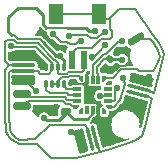
<source format=gbl>
G04 #@! TF.GenerationSoftware,KiCad,Pcbnew,7.0.7*
G04 #@! TF.CreationDate,2024-01-02T23:41:36-05:00*
G04 #@! TF.ProjectId,O12encoder,4f313265-6e63-46f6-9465-722e6b696361,1*
G04 #@! TF.SameCoordinates,Original*
G04 #@! TF.FileFunction,Copper,L2,Bot*
G04 #@! TF.FilePolarity,Positive*
%FSLAX46Y46*%
G04 Gerber Fmt 4.6, Leading zero omitted, Abs format (unit mm)*
G04 Created by KiCad (PCBNEW 7.0.7) date 2024-01-02 23:41:36*
%MOMM*%
%LPD*%
G01*
G04 APERTURE LIST*
G04 Aperture macros list*
%AMRoundRect*
0 Rectangle with rounded corners*
0 $1 Rounding radius*
0 $2 $3 $4 $5 $6 $7 $8 $9 X,Y pos of 4 corners*
0 Add a 4 corners polygon primitive as box body*
4,1,4,$2,$3,$4,$5,$6,$7,$8,$9,$2,$3,0*
0 Add four circle primitives for the rounded corners*
1,1,$1+$1,$2,$3*
1,1,$1+$1,$4,$5*
1,1,$1+$1,$6,$7*
1,1,$1+$1,$8,$9*
0 Add four rect primitives between the rounded corners*
20,1,$1+$1,$2,$3,$4,$5,0*
20,1,$1+$1,$4,$5,$6,$7,0*
20,1,$1+$1,$6,$7,$8,$9,0*
20,1,$1+$1,$8,$9,$2,$3,0*%
%AMFreePoly0*
4,1,6,0.325000,0.000000,0.175000,-0.150000,-0.175000,-0.150000,-0.175000,0.150000,0.325000,0.150000,0.325000,0.000000,0.325000,0.000000,$1*%
%AMFreePoly1*
4,1,6,0.325000,0.000000,0.325000,-0.150000,-0.175000,-0.150000,-0.175000,0.150000,0.175000,0.150000,0.325000,0.000000,0.325000,0.000000,$1*%
%AMFreePoly2*
4,1,6,0.150000,-0.325000,0.000000,-0.325000,-0.150000,-0.175000,-0.150000,0.175000,0.150000,0.175000,0.150000,-0.325000,0.150000,-0.325000,$1*%
%AMFreePoly3*
4,1,6,0.150000,-0.175000,0.000000,-0.325000,-0.150000,-0.325000,-0.150000,0.175000,0.150000,0.175000,0.150000,-0.175000,0.150000,-0.175000,$1*%
%AMFreePoly4*
4,1,7,0.175000,-0.150000,-0.175000,-0.150000,-0.325000,-0.150000,-0.325000,0.000000,-0.175000,0.150000,0.175000,0.150000,0.175000,-0.150000,0.175000,-0.150000,$1*%
%AMFreePoly5*
4,1,6,0.175000,-0.150000,-0.175000,-0.150000,-0.325000,0.000000,-0.325000,0.150000,0.175000,0.150000,0.175000,-0.150000,0.175000,-0.150000,$1*%
%AMFreePoly6*
4,1,6,0.150000,0.175000,0.150000,-0.175000,-0.150000,-0.175000,-0.150000,0.325000,0.000000,0.325000,0.150000,0.175000,0.150000,0.175000,$1*%
%AMFreePoly7*
4,1,6,0.150000,-0.175000,-0.150000,-0.175000,-0.150000,0.175000,0.000000,0.325000,0.150000,0.325000,0.150000,-0.175000,0.150000,-0.175000,$1*%
G04 Aperture macros list end*
G04 #@! TA.AperFunction,SMDPad,CuDef*
%ADD10RoundRect,0.075000X0.311852X-0.874070X-0.166963X0.912893X-0.311852X0.874070X0.166963X-0.912893X0*%
G04 #@! TD*
G04 #@! TA.AperFunction,SMDPad,CuDef*
%ADD11RoundRect,0.050000X0.100000X-0.285000X0.100000X0.285000X-0.100000X0.285000X-0.100000X-0.285000X0*%
G04 #@! TD*
G04 #@! TA.AperFunction,SMDPad,CuDef*
%ADD12RoundRect,0.150000X-0.600000X0.150000X-0.600000X-0.150000X0.600000X-0.150000X0.600000X0.150000X0*%
G04 #@! TD*
G04 #@! TA.AperFunction,SMDPad,CuDef*
%ADD13RoundRect,0.150000X-0.594615X-0.170096X-0.444615X-0.429904X0.594615X0.170096X0.444615X0.429904X0*%
G04 #@! TD*
G04 #@! TA.AperFunction,SMDPad,CuDef*
%ADD14RoundRect,0.140000X0.021213X-0.219203X0.219203X-0.021213X-0.021213X0.219203X-0.219203X0.021213X0*%
G04 #@! TD*
G04 #@! TA.AperFunction,SMDPad,CuDef*
%ADD15RoundRect,0.140000X0.140000X0.170000X-0.140000X0.170000X-0.140000X-0.170000X0.140000X-0.170000X0*%
G04 #@! TD*
G04 #@! TA.AperFunction,SMDPad,CuDef*
%ADD16RoundRect,0.075000X-0.912893X0.166963X0.874070X-0.311852X0.912893X-0.166963X-0.874070X0.311852X0*%
G04 #@! TD*
G04 #@! TA.AperFunction,SMDPad,CuDef*
%ADD17RoundRect,0.075000X0.925000X0.075000X-0.925000X0.075000X-0.925000X-0.075000X0.925000X-0.075000X0*%
G04 #@! TD*
G04 #@! TA.AperFunction,SMDPad,CuDef*
%ADD18FreePoly0,270.000000*%
G04 #@! TD*
G04 #@! TA.AperFunction,SMDPad,CuDef*
%ADD19R,0.300000X0.700000*%
G04 #@! TD*
G04 #@! TA.AperFunction,SMDPad,CuDef*
%ADD20FreePoly1,270.000000*%
G04 #@! TD*
G04 #@! TA.AperFunction,SMDPad,CuDef*
%ADD21FreePoly2,270.000000*%
G04 #@! TD*
G04 #@! TA.AperFunction,SMDPad,CuDef*
%ADD22R,0.700000X0.300000*%
G04 #@! TD*
G04 #@! TA.AperFunction,SMDPad,CuDef*
%ADD23FreePoly3,270.000000*%
G04 #@! TD*
G04 #@! TA.AperFunction,SMDPad,CuDef*
%ADD24FreePoly4,270.000000*%
G04 #@! TD*
G04 #@! TA.AperFunction,SMDPad,CuDef*
%ADD25FreePoly5,270.000000*%
G04 #@! TD*
G04 #@! TA.AperFunction,SMDPad,CuDef*
%ADD26FreePoly6,270.000000*%
G04 #@! TD*
G04 #@! TA.AperFunction,SMDPad,CuDef*
%ADD27FreePoly7,270.000000*%
G04 #@! TD*
G04 #@! TA.AperFunction,SMDPad,CuDef*
%ADD28R,0.600000X1.550000*%
G04 #@! TD*
G04 #@! TA.AperFunction,SMDPad,CuDef*
%ADD29R,1.200000X1.800000*%
G04 #@! TD*
G04 #@! TA.AperFunction,ViaPad*
%ADD30C,0.550000*%
G04 #@! TD*
G04 #@! TA.AperFunction,Conductor*
%ADD31C,0.160000*%
G04 #@! TD*
G04 #@! TA.AperFunction,Conductor*
%ADD32C,0.250000*%
G04 #@! TD*
G04 #@! TA.AperFunction,Conductor*
%ADD33C,0.200000*%
G04 #@! TD*
G04 APERTURE END LIST*
D10*
X52665925Y-55075000D03*
X52182962Y-55204410D03*
X51699999Y-55333819D03*
X51217036Y-55463229D03*
X50734073Y-55592638D03*
X50251110Y-55722048D03*
D11*
X49050000Y-50840000D03*
X48550000Y-50840000D03*
X48050000Y-50840000D03*
X47550000Y-50840000D03*
X47550000Y-49360000D03*
X48050000Y-49360000D03*
X48550000Y-49360000D03*
X49050000Y-49360000D03*
D12*
X45450000Y-52700000D03*
D13*
X55130000Y-47030000D03*
D14*
X52960589Y-48739411D03*
X53639411Y-48060589D03*
D15*
X49030000Y-53150000D03*
X48070000Y-53150000D03*
D16*
X55011771Y-52648888D03*
X55141181Y-52165925D03*
X55270590Y-51682962D03*
X55400000Y-51199999D03*
X55529409Y-50717036D03*
X55658819Y-50234073D03*
D12*
X45450000Y-51700000D03*
D17*
X45600000Y-48200000D03*
X45600000Y-48700000D03*
X45600000Y-49200000D03*
X45600000Y-49700000D03*
X45600000Y-50200000D03*
X45600000Y-50700000D03*
D18*
X50450000Y-50275000D03*
D19*
X50950000Y-50450000D03*
X51450000Y-50450000D03*
X51950000Y-50450000D03*
D20*
X52450000Y-50275000D03*
D21*
X52925000Y-50750000D03*
D22*
X52750000Y-51250000D03*
X52750000Y-51750000D03*
X52750000Y-52250000D03*
D23*
X52925000Y-52750000D03*
D24*
X52450000Y-53225000D03*
D19*
X51950000Y-53050000D03*
X51450000Y-53050000D03*
X50950000Y-53050000D03*
D25*
X50450000Y-53225000D03*
D26*
X49975000Y-52750000D03*
D22*
X50150000Y-52250000D03*
X50150000Y-51750000D03*
X50150000Y-51250000D03*
D27*
X49975000Y-50750000D03*
D28*
X49700000Y-48775000D03*
X50700000Y-48775000D03*
D29*
X48400000Y-44900000D03*
X52000000Y-44900000D03*
D30*
X48100000Y-46575000D03*
X50500000Y-47200000D03*
X51619099Y-46344033D03*
X53983176Y-48755199D03*
X46650000Y-51400000D03*
X49650000Y-54850000D03*
X48688235Y-48441765D03*
X49399826Y-53085996D03*
X56190000Y-50220000D03*
X47350000Y-53700000D03*
X49735946Y-50650000D03*
X51310119Y-51840240D03*
X53943807Y-52783807D03*
X48335500Y-52797000D03*
X46373787Y-48199253D03*
X52350000Y-49600000D03*
X48950000Y-47760000D03*
X55600000Y-53250000D03*
X47100000Y-46530000D03*
X51700000Y-53900000D03*
X54050000Y-50300000D03*
X52500000Y-47550000D03*
X51434502Y-48550000D03*
X53550000Y-51200000D03*
X52500000Y-46450000D03*
X52050000Y-51800000D03*
X49480000Y-46760000D03*
X44560000Y-47620000D03*
X48140000Y-44580000D03*
X53939500Y-47215902D03*
D31*
X50500000Y-47200000D02*
X50267452Y-47200000D01*
X49511680Y-47450000D02*
X49306680Y-47245000D01*
X48770000Y-47245000D02*
X48100000Y-46575000D01*
X50017452Y-47450000D02*
X49511680Y-47450000D01*
X49306680Y-47245000D02*
X48770000Y-47245000D01*
X50267452Y-47200000D02*
X50017452Y-47450000D01*
X51820000Y-49860000D02*
X51820000Y-49382548D01*
D32*
X50930000Y-46080000D02*
X51194033Y-46344033D01*
X48688235Y-48441765D02*
X49050000Y-48900000D01*
D31*
X50604663Y-55722048D02*
X50734073Y-55592638D01*
D32*
X51030000Y-53820000D02*
X49900000Y-53820000D01*
X47260000Y-45770000D02*
X47530000Y-46040000D01*
D31*
X49709347Y-54850000D02*
X50251111Y-55391764D01*
D32*
X48395623Y-48441765D02*
X48561765Y-48441765D01*
D31*
X49290000Y-46040000D02*
X47530000Y-46040000D01*
X47260000Y-47306142D02*
X46998611Y-47044753D01*
D32*
X47520000Y-53870000D02*
X48615822Y-53870000D01*
D31*
X51820000Y-49382548D02*
X52463137Y-48739411D01*
X46998611Y-47044753D02*
X45171461Y-47044753D01*
D32*
X53967388Y-48739411D02*
X52960589Y-48739411D01*
X48615822Y-53870000D02*
X49399826Y-53085996D01*
D31*
X47350000Y-53700000D02*
X47520000Y-53870000D01*
D32*
X49330000Y-46080000D02*
X50930000Y-46080000D01*
D31*
X52463137Y-48739411D02*
X52960589Y-48739411D01*
D32*
X49900000Y-53820000D02*
X49230000Y-53150000D01*
X44310000Y-46380000D02*
X44310000Y-45160000D01*
D31*
X51900000Y-50300000D02*
X51900000Y-49940000D01*
X49650000Y-54850000D02*
X49709347Y-54850000D01*
X49330000Y-46080000D02*
X49290000Y-46040000D01*
X50251110Y-55722048D02*
X50604663Y-55722048D01*
D32*
X44630000Y-46700000D02*
X44310000Y-46380000D01*
D31*
X48561765Y-48441765D02*
X48688235Y-48441765D01*
X46650000Y-51400000D02*
X45950000Y-50700000D01*
D32*
X47260000Y-47306142D02*
X48395623Y-48441765D01*
D31*
X51900000Y-49940000D02*
X51820000Y-49860000D01*
X49094004Y-53085996D02*
X49030000Y-53150000D01*
D32*
X44310000Y-45160000D02*
X45110000Y-44360000D01*
D31*
X51450000Y-53400000D02*
X51030000Y-53820000D01*
X45600000Y-50200000D02*
X45600000Y-50700000D01*
D32*
X46650000Y-44360000D02*
X47260000Y-44970000D01*
X51194033Y-46344033D02*
X51619099Y-46344033D01*
X45110000Y-44360000D02*
X46650000Y-44360000D01*
D31*
X49399826Y-53085996D02*
X49094004Y-53085996D01*
X50251111Y-55391764D02*
X50251111Y-55722048D01*
X45171461Y-47044753D02*
X44826708Y-46700000D01*
X53983176Y-48755199D02*
X53967388Y-48739411D01*
X45950000Y-50700000D02*
X45600000Y-50700000D01*
X44826708Y-46700000D02*
X44630000Y-46700000D01*
X51450000Y-53050000D02*
X51450000Y-53400000D01*
D32*
X47260000Y-44970000D02*
X47260000Y-45770000D01*
X49050000Y-48900000D02*
X49050000Y-49360000D01*
D31*
X51359760Y-51840240D02*
X51550000Y-51650000D01*
X50950000Y-50450000D02*
X50950000Y-50589412D01*
X47886680Y-47090000D02*
X47585000Y-46788320D01*
X53430000Y-49600000D02*
X52350000Y-49600000D01*
X47370000Y-46530000D02*
X47100000Y-46530000D01*
X50075000Y-50850000D02*
X49975000Y-50750000D01*
X53759801Y-49270199D02*
X53430000Y-49600000D01*
X54498176Y-48398176D02*
X54498176Y-48968519D01*
X47260000Y-49360000D02*
X46600000Y-48700000D01*
X45600000Y-48200000D02*
X46373040Y-48200000D01*
X55011771Y-52648888D02*
X54078726Y-52648888D01*
X48070000Y-53150000D02*
X48070000Y-53062500D01*
X50950000Y-50450000D02*
X50950000Y-51480121D01*
X53940000Y-47740000D02*
X54498176Y-48398176D01*
X50950000Y-50589412D02*
X50689412Y-50850000D01*
X51700000Y-53900000D02*
X51700000Y-53690000D01*
X47585000Y-46788320D02*
X47585000Y-46745000D01*
X54196496Y-49270199D02*
X53759801Y-49270199D01*
X51700000Y-53690000D02*
X51950000Y-53440000D01*
X47930000Y-47090000D02*
X47886680Y-47090000D01*
X53639411Y-48060589D02*
X53940000Y-47740000D01*
X54078726Y-52648888D02*
X53943807Y-52783807D01*
X46600000Y-48700000D02*
X45600000Y-48700000D01*
X51310119Y-51840240D02*
X51359760Y-51840240D01*
X48950000Y-47760000D02*
X48600000Y-47760000D01*
X48600000Y-47760000D02*
X47930000Y-47090000D01*
X51950000Y-53440000D02*
X51950000Y-53050000D01*
X50950000Y-51480121D02*
X51310119Y-51840240D01*
X55011771Y-52648888D02*
X55011771Y-52661771D01*
X54498176Y-48968519D02*
X54196496Y-49270199D01*
X49975000Y-50750000D02*
X49825604Y-50750000D01*
X48070000Y-53062500D02*
X48335500Y-52797000D01*
X46373040Y-48200000D02*
X46373787Y-48199253D01*
X49825604Y-50750000D02*
X49735946Y-50660342D01*
X50689412Y-50850000D02*
X50075000Y-50850000D01*
X47550000Y-49360000D02*
X47260000Y-49360000D01*
X51550000Y-51650000D02*
X51550000Y-51500000D01*
X47585000Y-46745000D02*
X47370000Y-46530000D01*
X45600000Y-48700000D02*
X45600000Y-48200000D01*
X55011771Y-52661771D02*
X55600000Y-53250000D01*
X54050000Y-50300000D02*
X54100000Y-50350000D01*
X52500000Y-47550000D02*
X51434502Y-48760066D01*
X53250000Y-52750000D02*
X53800000Y-52200000D01*
X53800000Y-52200000D02*
X54200000Y-50850000D01*
X54200000Y-50850000D02*
X54050000Y-50300000D01*
X51434502Y-48760066D02*
X51434502Y-48760648D01*
X52925000Y-52750000D02*
X53250000Y-52750000D01*
X53340000Y-52170000D02*
X53340000Y-51410000D01*
X52750000Y-52250000D02*
X53260000Y-52250000D01*
X53260000Y-52250000D02*
X53340000Y-52170000D01*
X53340000Y-51410000D02*
X53550000Y-51200000D01*
X49565000Y-46685000D02*
X51015000Y-46685000D01*
X52067452Y-46680000D02*
X52170000Y-46680000D01*
X51280000Y-46950000D02*
X51797452Y-46950000D01*
X52170000Y-46680000D02*
X52500000Y-46450000D01*
X51797452Y-46950000D02*
X52067452Y-46680000D01*
X51015000Y-46685000D02*
X51280000Y-46950000D01*
X52750000Y-51750000D02*
X52050000Y-51800000D01*
X49480000Y-46760000D02*
X49565000Y-46685000D01*
D33*
X49050000Y-51027500D02*
X49222500Y-51200000D01*
X49222500Y-51250000D02*
X50200000Y-51250000D01*
X49278406Y-51622500D02*
X47821594Y-51622500D01*
X50200000Y-51750000D02*
X49355906Y-51750000D01*
X49355906Y-51700000D02*
X49278406Y-51622500D01*
X47550000Y-51350906D02*
X47550000Y-51027500D01*
X47821594Y-51622500D02*
X47550000Y-51350906D01*
D31*
X48550000Y-50544878D02*
X48839878Y-50255000D01*
X49402670Y-50255000D02*
X49547670Y-50110000D01*
X48550000Y-50840000D02*
X48550000Y-50544878D01*
X48839878Y-50255000D02*
X49402670Y-50255000D01*
X50335000Y-50110000D02*
X50400000Y-50175000D01*
X49547670Y-50110000D02*
X50335000Y-50110000D01*
X48050000Y-50840000D02*
X48550000Y-50840000D01*
X52410000Y-45310000D02*
X52000000Y-44900000D01*
X48050000Y-49655122D02*
X48050000Y-49360000D01*
X47810000Y-54300000D02*
X50900000Y-54300000D01*
X44450000Y-54727550D02*
X44615578Y-55039379D01*
X44900000Y-55300000D02*
X45241139Y-55536074D01*
X44400000Y-53060093D02*
X44400000Y-54026747D01*
X46175000Y-55500000D02*
X46610000Y-55500000D01*
X56650000Y-51550000D02*
X57340000Y-48980000D01*
X57340000Y-48980000D02*
X57450000Y-48630000D01*
X45600000Y-49750000D02*
X44500000Y-49750000D01*
X49700000Y-48775000D02*
X49700000Y-48220000D01*
X44357359Y-53017452D02*
X44400000Y-53060093D01*
X55069965Y-44469965D02*
X56600000Y-46700000D01*
X53707631Y-44469965D02*
X55069965Y-44469965D01*
X45241139Y-55536074D02*
X45725000Y-55550000D01*
X57470000Y-48300000D02*
X57350000Y-47850000D01*
X44400000Y-54026747D02*
X44450000Y-54076747D01*
X44450000Y-54727550D02*
X44457755Y-54752690D01*
X46610000Y-55500000D02*
X47810000Y-54300000D01*
X49700000Y-48220000D02*
X50160000Y-47760000D01*
X47770122Y-49935000D02*
X48050000Y-49655122D01*
X52907186Y-47000000D02*
X53100000Y-46807186D01*
X44615578Y-55039379D02*
X44900000Y-55300000D01*
X50160000Y-47760000D02*
X51440000Y-47760000D01*
X53100000Y-46807186D02*
X53100000Y-46341264D01*
X57350000Y-47850000D02*
X57050000Y-47320000D01*
X57050000Y-47320000D02*
X56600000Y-46700000D01*
X52200000Y-47000000D02*
X52907186Y-47000000D01*
X51440000Y-47760000D02*
X52200000Y-47000000D01*
X46669875Y-47684753D02*
X48050000Y-49064878D01*
X57450000Y-48630000D02*
X57470000Y-48300000D01*
X44500000Y-49750000D02*
X44357359Y-49892641D01*
X53100000Y-46341264D02*
X52953593Y-46194857D01*
X52000000Y-44900000D02*
X48400000Y-44900000D01*
X44560000Y-47620000D02*
X44714753Y-47684753D01*
X45725000Y-55550000D02*
X46175000Y-55500000D01*
X44357359Y-49892641D02*
X44357359Y-53017452D01*
X47035000Y-49935000D02*
X47770122Y-49935000D01*
X52953593Y-45310000D02*
X52953593Y-45224003D01*
X50900000Y-54300000D02*
X51217037Y-55463229D01*
X44714753Y-47684753D02*
X46669875Y-47684753D01*
X44450000Y-54076747D02*
X44450000Y-54727550D01*
X46800000Y-49700000D02*
X47035000Y-49935000D01*
X45600000Y-49700000D02*
X46800000Y-49700000D01*
X52953593Y-46194857D02*
X52953593Y-45310000D01*
X56650000Y-51550000D02*
X55400000Y-51200000D01*
X52953593Y-45224003D02*
X53707631Y-44469965D01*
X48050000Y-49064878D02*
X48050000Y-49360000D01*
X52953593Y-45310000D02*
X52410000Y-45310000D01*
X52050000Y-56550000D02*
X53300000Y-56225000D01*
X45800000Y-49250000D02*
X44400000Y-49250000D01*
X44037359Y-54116654D02*
X44083396Y-54162691D01*
X44589499Y-55501290D02*
X44792231Y-55662964D01*
X44159041Y-54869929D02*
X44270389Y-55101142D01*
X48270122Y-48785000D02*
X48222670Y-48785000D01*
X49415122Y-49790000D02*
X50580000Y-49790000D01*
X44769160Y-47095000D02*
X44205000Y-47095000D01*
X50050000Y-57100000D02*
X52050000Y-56550000D01*
X44792231Y-55662964D02*
X45150000Y-55856074D01*
X48635000Y-49935000D02*
X49270122Y-49935000D01*
X48550000Y-49850000D02*
X48635000Y-49935000D01*
X56525000Y-52000000D02*
X55270590Y-51682963D01*
X44083396Y-54162691D02*
X44083396Y-54624706D01*
X44037359Y-49612641D02*
X44037359Y-54116654D01*
X44037359Y-48887359D02*
X44400000Y-49250000D01*
X48222670Y-48785000D02*
X46802423Y-47364753D01*
X53300000Y-56225000D02*
X53650000Y-56075000D01*
X50700000Y-49670000D02*
X50700000Y-48775000D01*
X55600000Y-55225000D02*
X55900000Y-54450000D01*
X46729127Y-55900000D02*
X47929127Y-57100000D01*
X44414949Y-55313171D02*
X44589499Y-55501290D01*
X44205000Y-47095000D02*
X44037359Y-47262641D01*
X54577598Y-55855486D02*
X55125000Y-55600000D01*
X44270389Y-55101142D02*
X44414949Y-55313171D01*
X51700000Y-55300000D02*
X52050000Y-56550000D01*
X45038913Y-47364753D02*
X44769160Y-47095000D01*
X44083396Y-54624706D02*
X44159041Y-54869929D01*
X48550000Y-49360000D02*
X48550000Y-49064878D01*
X44037359Y-47262641D02*
X44037359Y-48887359D01*
X45150000Y-55856074D02*
X45193926Y-55900000D01*
X48550000Y-49360000D02*
X48550000Y-49850000D01*
X46802423Y-47364753D02*
X45038913Y-47364753D01*
X47929127Y-57100000D02*
X50050000Y-57100000D01*
X53650000Y-56075000D02*
X54577598Y-55855486D01*
X48550000Y-49064878D02*
X48270122Y-48785000D01*
X49270122Y-49935000D02*
X49415122Y-49790000D01*
X50580000Y-49790000D02*
X50700000Y-49670000D01*
X55900000Y-54450000D02*
X56525000Y-52000000D01*
X45193926Y-55900000D02*
X46729127Y-55900000D01*
X44400000Y-49250000D02*
X44037359Y-49612641D01*
X55125000Y-55600000D02*
X55600000Y-55225000D01*
X49087573Y-51962500D02*
X45712500Y-51962500D01*
X45712500Y-51962500D02*
X45450000Y-51700000D01*
X50100000Y-52200000D02*
X49325073Y-52200000D01*
X49325073Y-52200000D02*
X49087573Y-51962500D01*
X45967500Y-52282500D02*
X45550000Y-52700000D01*
X45550000Y-52650000D02*
X45450000Y-52750000D01*
X49560000Y-52520000D02*
X49192525Y-52520000D01*
X49925000Y-52700000D02*
X49740000Y-52700000D01*
X49740000Y-52700000D02*
X49560000Y-52520000D01*
X49192525Y-52520000D02*
X48955025Y-52282500D01*
X48955025Y-52282500D02*
X45967500Y-52282500D01*
X51500000Y-49250000D02*
X52451523Y-48298477D01*
X52451523Y-48298477D02*
X52624411Y-48298477D01*
X51400000Y-50300000D02*
X51500000Y-50200000D01*
X51500000Y-50200000D02*
X51500000Y-49250000D01*
X53706986Y-47215902D02*
X53939500Y-47215902D01*
X52624411Y-48298477D02*
X53706986Y-47215902D01*
X56680000Y-47355000D02*
X56680000Y-47400000D01*
X55213934Y-49590199D02*
X55358215Y-49734480D01*
X52450000Y-50275000D02*
X53207548Y-50275000D01*
X56620000Y-49620000D02*
X56950000Y-49090000D01*
X55860844Y-49734480D02*
X56085912Y-49700000D01*
X56335000Y-47010000D02*
X56680000Y-47355000D01*
X56950000Y-49090000D02*
X57130000Y-48540000D01*
X56085912Y-49700000D02*
X56540000Y-49700000D01*
X53892349Y-49590199D02*
X55213934Y-49590199D01*
X53207548Y-50275000D02*
X53892349Y-49590199D01*
X57130000Y-48540000D02*
X57020000Y-47920000D01*
X55150000Y-47010000D02*
X56335000Y-47010000D01*
X56540000Y-49700000D02*
X56620000Y-49620000D01*
X55358215Y-49734480D02*
X55860844Y-49734480D01*
X57020000Y-47920000D02*
X56680000Y-47400000D01*
G04 #@! TA.AperFunction,Conductor*
G36*
X51197565Y-49737641D02*
G01*
X51219331Y-49787103D01*
X51219500Y-49792272D01*
X51219500Y-49870422D01*
X51201018Y-49921202D01*
X51184392Y-49936107D01*
X51155448Y-49955447D01*
X51111132Y-50021769D01*
X51099500Y-50080252D01*
X51099500Y-50819747D01*
X51111132Y-50878230D01*
X51111133Y-50878231D01*
X51155448Y-50944552D01*
X51221769Y-50988867D01*
X51221768Y-50988867D01*
X51280252Y-51000500D01*
X51619747Y-51000500D01*
X51619748Y-51000500D01*
X51678231Y-50988867D01*
X51678232Y-50988865D01*
X51684586Y-50987602D01*
X51715411Y-50987602D01*
X51721768Y-50988866D01*
X51721769Y-50988867D01*
X51780252Y-51000500D01*
X52120500Y-51000500D01*
X52171280Y-51018982D01*
X52198300Y-51065782D01*
X52199500Y-51079500D01*
X52199499Y-51245500D01*
X52181016Y-51296281D01*
X52134217Y-51323300D01*
X52120499Y-51324500D01*
X51981632Y-51324500D01*
X51850439Y-51363022D01*
X51850434Y-51363024D01*
X51735411Y-51436944D01*
X51645870Y-51540281D01*
X51589068Y-51664659D01*
X51569610Y-51800000D01*
X51589068Y-51935340D01*
X51625636Y-52015413D01*
X51645870Y-52059718D01*
X51735411Y-52163055D01*
X51850439Y-52236978D01*
X51944852Y-52264700D01*
X51981632Y-52275500D01*
X52120500Y-52275500D01*
X52171280Y-52293982D01*
X52198300Y-52340782D01*
X52199499Y-52354495D01*
X52199500Y-52419748D01*
X52201387Y-52429236D01*
X52211132Y-52478230D01*
X52211133Y-52478231D01*
X52255448Y-52544552D01*
X52281256Y-52561796D01*
X52313210Y-52605375D01*
X52309676Y-52659298D01*
X52272308Y-52698335D01*
X52252780Y-52704964D01*
X52221769Y-52711133D01*
X52155448Y-52755448D01*
X52111132Y-52821769D01*
X52095572Y-52900000D01*
X52095572Y-53399999D01*
X52111132Y-53478230D01*
X52111133Y-53478231D01*
X52155448Y-53544552D01*
X52221769Y-53588867D01*
X52221768Y-53588867D01*
X52300000Y-53604428D01*
X52600000Y-53604428D01*
X52678231Y-53588867D01*
X52744552Y-53544552D01*
X52788867Y-53478231D01*
X52804428Y-53400000D01*
X52804428Y-53183428D01*
X52822910Y-53132648D01*
X52869710Y-53105628D01*
X52883428Y-53104428D01*
X53100000Y-53104428D01*
X53178231Y-53088867D01*
X53178233Y-53088866D01*
X53226696Y-53056483D01*
X53244552Y-53044552D01*
X53244552Y-53044551D01*
X53247977Y-53042263D01*
X53288220Y-53029032D01*
X53315333Y-53027779D01*
X53325145Y-53023446D01*
X53342540Y-53018060D01*
X53344138Y-53017761D01*
X53353084Y-53016089D01*
X53378784Y-53000174D01*
X53383611Y-52997630D01*
X53411266Y-52985421D01*
X53418852Y-52977834D01*
X53433119Y-52966532D01*
X53442245Y-52960883D01*
X53460464Y-52936755D01*
X53464047Y-52932638D01*
X53967453Y-52429232D01*
X53982455Y-52417481D01*
X53989944Y-52412957D01*
X54009483Y-52387656D01*
X54012806Y-52383880D01*
X54016723Y-52379964D01*
X54026269Y-52366025D01*
X54027582Y-52364224D01*
X54040196Y-52347893D01*
X54054047Y-52329961D01*
X54054048Y-52329956D01*
X54057381Y-52323443D01*
X54057781Y-52323647D01*
X54058497Y-52322144D01*
X54058085Y-52321962D01*
X54061039Y-52315269D01*
X54061044Y-52315262D01*
X54070396Y-52275500D01*
X54070958Y-52273113D01*
X54071536Y-52270935D01*
X54081598Y-52236975D01*
X54199661Y-51838508D01*
X54231807Y-51795074D01*
X54284354Y-51782462D01*
X54295849Y-51784645D01*
X56087442Y-52264700D01*
X56131708Y-52295695D01*
X56145694Y-52347893D01*
X56143543Y-52360536D01*
X55997105Y-52934575D01*
X55632937Y-54362109D01*
X55631500Y-54366601D01*
X55580162Y-54499225D01*
X55544594Y-54539909D01*
X55491197Y-54548212D01*
X55444955Y-54520249D01*
X55427505Y-54469105D01*
X55427826Y-54463417D01*
X55448284Y-54242641D01*
X55427756Y-54021105D01*
X55366870Y-53807113D01*
X55267699Y-53607952D01*
X55133622Y-53430405D01*
X54969203Y-53280517D01*
X54839971Y-53200500D01*
X54780043Y-53163394D01*
X54780039Y-53163392D01*
X54572587Y-53083025D01*
X54572576Y-53083021D01*
X54353884Y-53042141D01*
X54131398Y-53042141D01*
X53912705Y-53083021D01*
X53912694Y-53083025D01*
X53705242Y-53163392D01*
X53705238Y-53163394D01*
X53516082Y-53280515D01*
X53516075Y-53280520D01*
X53351660Y-53430404D01*
X53272933Y-53534655D01*
X53217583Y-53607952D01*
X53217581Y-53607954D01*
X53217579Y-53607958D01*
X53118411Y-53807114D01*
X53057526Y-54021102D01*
X53036998Y-54242640D01*
X53057526Y-54464179D01*
X53118411Y-54678167D01*
X53217579Y-54877323D01*
X53217580Y-54877324D01*
X53217583Y-54877330D01*
X53351660Y-55054877D01*
X53516079Y-55204765D01*
X53664097Y-55296413D01*
X53705238Y-55321887D01*
X53705242Y-55321889D01*
X53762271Y-55343982D01*
X53912701Y-55402259D01*
X53912703Y-55402259D01*
X53912705Y-55402260D01*
X54131398Y-55443141D01*
X54353882Y-55443141D01*
X54353884Y-55443141D01*
X54481118Y-55419356D01*
X54534428Y-55428193D01*
X54569587Y-55469230D01*
X54570142Y-55523267D01*
X54535834Y-55565018D01*
X54529045Y-55568598D01*
X54492360Y-55585720D01*
X54477141Y-55591010D01*
X53619987Y-55793854D01*
X53604587Y-55795928D01*
X53587698Y-55796525D01*
X53565105Y-55806207D01*
X53562171Y-55807329D01*
X53560118Y-55808021D01*
X53537905Y-55817865D01*
X53214425Y-55956499D01*
X53203184Y-55960345D01*
X52369967Y-56176982D01*
X52316170Y-56171872D01*
X52278244Y-56133378D01*
X52273780Y-56120971D01*
X51792126Y-54323417D01*
X51792121Y-54323405D01*
X51755887Y-54249928D01*
X51747582Y-54242645D01*
X51692093Y-54193982D01*
X51673483Y-54177661D01*
X51569701Y-54142431D01*
X51487937Y-54147791D01*
X51332521Y-54189435D01*
X51278687Y-54184725D01*
X51240476Y-54146514D01*
X51235766Y-54092680D01*
X51251556Y-54062347D01*
X51316240Y-53985261D01*
X51341617Y-53915536D01*
X51359988Y-53886697D01*
X51606874Y-53639810D01*
X51616625Y-53632799D01*
X51616123Y-53632134D01*
X51621964Y-53627722D01*
X51621967Y-53627721D01*
X51635271Y-53613125D01*
X51671408Y-53592724D01*
X51671044Y-53591844D01*
X51678228Y-53588868D01*
X51678228Y-53588867D01*
X51678231Y-53588867D01*
X51744552Y-53544552D01*
X51788867Y-53478231D01*
X51800500Y-53419748D01*
X51800500Y-52680252D01*
X51788867Y-52621769D01*
X51744552Y-52555448D01*
X51678231Y-52511133D01*
X51678230Y-52511132D01*
X51678231Y-52511132D01*
X51619748Y-52499500D01*
X51280252Y-52499500D01*
X51215412Y-52512397D01*
X51184588Y-52512397D01*
X51119748Y-52499500D01*
X50780252Y-52499500D01*
X50779500Y-52499500D01*
X50728720Y-52481018D01*
X50701700Y-52434218D01*
X50700500Y-52420500D01*
X50700500Y-52080253D01*
X50700500Y-52080252D01*
X50688867Y-52021769D01*
X50688866Y-52021767D01*
X50687602Y-52015413D01*
X50687602Y-51984587D01*
X50688866Y-51978232D01*
X50688867Y-51978231D01*
X50700500Y-51919748D01*
X50700500Y-51580252D01*
X50688867Y-51521769D01*
X50688866Y-51521767D01*
X50687602Y-51515413D01*
X50687602Y-51484587D01*
X50688866Y-51478232D01*
X50688867Y-51478231D01*
X50700500Y-51419748D01*
X50700500Y-51080252D01*
X50688867Y-51021769D01*
X50644552Y-50955448D01*
X50635650Y-50949500D01*
X50618743Y-50938203D01*
X50586789Y-50894624D01*
X50590323Y-50840700D01*
X50627692Y-50801664D01*
X50647222Y-50795035D01*
X50659509Y-50792591D01*
X50678231Y-50788867D01*
X50744552Y-50744552D01*
X50788867Y-50678231D01*
X50804428Y-50600000D01*
X50804428Y-50100000D01*
X50789812Y-50026524D01*
X50798034Y-49973114D01*
X50811430Y-49955255D01*
X50856875Y-49909810D01*
X50866626Y-49902800D01*
X50866123Y-49902134D01*
X50871962Y-49897723D01*
X50871967Y-49897721D01*
X50902340Y-49864402D01*
X50903529Y-49863156D01*
X50916724Y-49849963D01*
X50918863Y-49846838D01*
X50922255Y-49842556D01*
X50942617Y-49820222D01*
X50946492Y-49810217D01*
X50954982Y-49794112D01*
X50961045Y-49785262D01*
X50961045Y-49785261D01*
X50961533Y-49784549D01*
X51005479Y-49753102D01*
X51018975Y-49750575D01*
X51019737Y-49750500D01*
X51019748Y-49750500D01*
X51078231Y-49738867D01*
X51096609Y-49726586D01*
X51149098Y-49713741D01*
X51197565Y-49737641D01*
G37*
G04 #@! TD.AperFunction*
G04 #@! TA.AperFunction,Conductor*
G36*
X48685517Y-52581482D02*
G01*
X48712537Y-52628282D01*
X48703153Y-52681500D01*
X48690598Y-52697861D01*
X48606778Y-52781680D01*
X48606776Y-52781683D01*
X48556028Y-52890510D01*
X48556028Y-52890512D01*
X48549500Y-52940096D01*
X48549500Y-53359901D01*
X48549501Y-53359907D01*
X48556026Y-53409483D01*
X48556478Y-53411032D01*
X48556395Y-53412287D01*
X48556816Y-53415480D01*
X48556180Y-53415563D01*
X48552943Y-53464955D01*
X48536496Y-53488999D01*
X48504135Y-53521361D01*
X48455160Y-53544199D01*
X48448273Y-53544500D01*
X47852495Y-53544500D01*
X47801715Y-53526018D01*
X47780634Y-53498318D01*
X47754130Y-53440282D01*
X47664589Y-53336945D01*
X47664588Y-53336944D01*
X47549565Y-53263024D01*
X47549562Y-53263023D01*
X47549561Y-53263022D01*
X47469337Y-53239466D01*
X47418368Y-53224500D01*
X47418367Y-53224500D01*
X47281633Y-53224500D01*
X47281632Y-53224500D01*
X47150439Y-53263022D01*
X47150434Y-53263024D01*
X47035411Y-53336944D01*
X46945870Y-53440281D01*
X46891604Y-53559107D01*
X46853697Y-53597620D01*
X46799902Y-53602757D01*
X46756700Y-53573897D01*
X46648342Y-53430407D01*
X46648339Y-53430404D01*
X46483921Y-53280517D01*
X46354689Y-53200500D01*
X46340974Y-53192008D01*
X46307529Y-53149562D01*
X46309194Y-53095548D01*
X46326700Y-53068980D01*
X46339198Y-53056483D01*
X46390573Y-52951393D01*
X46400500Y-52883260D01*
X46400500Y-52641999D01*
X46418982Y-52591220D01*
X46465782Y-52564200D01*
X46479500Y-52563000D01*
X48634737Y-52563000D01*
X48685517Y-52581482D01*
G37*
G04 #@! TD.AperFunction*
G04 #@! TA.AperFunction,Conductor*
G36*
X50069683Y-50408982D02*
G01*
X50096385Y-50454088D01*
X50111132Y-50528230D01*
X50121883Y-50544319D01*
X50155448Y-50594552D01*
X50155450Y-50594554D01*
X50155452Y-50594557D01*
X50305442Y-50744547D01*
X50305452Y-50744555D01*
X50320806Y-50754815D01*
X50352759Y-50798395D01*
X50349224Y-50852319D01*
X50311854Y-50891354D01*
X50276915Y-50899500D01*
X49780252Y-50899500D01*
X49721768Y-50911132D01*
X49721767Y-50911133D01*
X49684274Y-50936186D01*
X49640384Y-50949500D01*
X49479500Y-50949500D01*
X49428720Y-50931018D01*
X49401700Y-50884218D01*
X49400500Y-50870500D01*
X49400500Y-50743373D01*
X49400500Y-50611227D01*
X49418981Y-50560450D01*
X49461414Y-50534328D01*
X49467998Y-50532779D01*
X49468003Y-50532779D01*
X49477815Y-50528446D01*
X49495210Y-50523060D01*
X49496808Y-50522761D01*
X49505754Y-50521089D01*
X49531454Y-50505174D01*
X49536281Y-50502630D01*
X49563936Y-50490421D01*
X49571522Y-50482834D01*
X49585789Y-50471532D01*
X49594915Y-50465883D01*
X49613130Y-50441760D01*
X49616722Y-50437634D01*
X49640720Y-50413637D01*
X49689696Y-50390800D01*
X49696580Y-50390500D01*
X50018903Y-50390500D01*
X50069683Y-50408982D01*
G37*
G04 #@! TD.AperFunction*
G04 #@! TA.AperFunction,Conductor*
G36*
X52615753Y-49075801D02*
G01*
X52626302Y-49084653D01*
X52769235Y-49227586D01*
X52769242Y-49227592D01*
X52769247Y-49227597D01*
X52808925Y-49258045D01*
X52921763Y-49299114D01*
X53041842Y-49299114D01*
X53081944Y-49284518D01*
X53154679Y-49258045D01*
X53194358Y-49227598D01*
X53333905Y-49088049D01*
X53382881Y-49065212D01*
X53389767Y-49064911D01*
X53586288Y-49064911D01*
X53637068Y-49083393D01*
X53645989Y-49092174D01*
X53668587Y-49118254D01*
X53785595Y-49193450D01*
X53818322Y-49236452D01*
X53815751Y-49290430D01*
X53784472Y-49327077D01*
X53763567Y-49340020D01*
X53758728Y-49342570D01*
X53731083Y-49354778D01*
X53731081Y-49354779D01*
X53723497Y-49362363D01*
X53709232Y-49373662D01*
X53700108Y-49379312D01*
X53700104Y-49379316D01*
X53681890Y-49403434D01*
X53678294Y-49407565D01*
X53114499Y-49971361D01*
X53065524Y-49994199D01*
X53058639Y-49994500D01*
X52812872Y-49994500D01*
X52762092Y-49976018D01*
X52747186Y-49959390D01*
X52744552Y-49955448D01*
X52716861Y-49936945D01*
X52678231Y-49911133D01*
X52678230Y-49911132D01*
X52678231Y-49911132D01*
X52600000Y-49895572D01*
X52300000Y-49895572D01*
X52299999Y-49895572D01*
X52259842Y-49903559D01*
X52206432Y-49895338D01*
X52170802Y-49854708D01*
X52166777Y-49840597D01*
X52166089Y-49836916D01*
X52166087Y-49836912D01*
X52166087Y-49836911D01*
X52150178Y-49811218D01*
X52147627Y-49806380D01*
X52135421Y-49778734D01*
X52127834Y-49771147D01*
X52116531Y-49756877D01*
X52112328Y-49750089D01*
X52100499Y-49708507D01*
X52100499Y-49626280D01*
X52100499Y-49531454D01*
X52118981Y-49480677D01*
X52123615Y-49475619D01*
X52514582Y-49084651D01*
X52563556Y-49061815D01*
X52615753Y-49075801D01*
G37*
G04 #@! TD.AperFunction*
G04 #@! TA.AperFunction,Conductor*
G36*
X46571746Y-47983735D02*
G01*
X46576826Y-47988391D01*
X47676360Y-49087926D01*
X47699198Y-49136901D01*
X47699499Y-49143786D01*
X47699499Y-49575500D01*
X47681017Y-49626280D01*
X47634217Y-49653300D01*
X47620499Y-49654500D01*
X47183909Y-49654500D01*
X47133129Y-49636018D01*
X47128048Y-49631361D01*
X47039810Y-49543123D01*
X47032801Y-49533374D01*
X47032135Y-49533878D01*
X47027722Y-49528035D01*
X47027721Y-49528034D01*
X47027721Y-49528033D01*
X46994415Y-49497670D01*
X46993125Y-49496438D01*
X46979964Y-49483277D01*
X46979963Y-49483276D01*
X46979962Y-49483275D01*
X46976846Y-49481141D01*
X46972555Y-49477742D01*
X46969083Y-49474577D01*
X46950222Y-49457383D01*
X46950220Y-49457382D01*
X46940217Y-49453507D01*
X46924110Y-49445016D01*
X46915263Y-49438955D01*
X46915261Y-49438954D01*
X46885840Y-49432035D01*
X46880608Y-49430414D01*
X46845608Y-49416855D01*
X46846804Y-49413765D01*
X46811860Y-49393081D01*
X46793931Y-49342103D01*
X46795443Y-49327554D01*
X46800500Y-49302133D01*
X46800499Y-49097868D01*
X46784515Y-49017505D01*
X46783924Y-49016620D01*
X46723624Y-48926375D01*
X46632496Y-48865485D01*
X46632495Y-48865484D01*
X46565465Y-48852151D01*
X46552133Y-48849500D01*
X46552132Y-48849500D01*
X44647868Y-48849500D01*
X44567503Y-48865485D01*
X44528296Y-48891683D01*
X44475805Y-48904527D01*
X44428545Y-48881858D01*
X44340998Y-48794311D01*
X44318160Y-48745335D01*
X44317859Y-48738450D01*
X44317859Y-48150007D01*
X44336341Y-48099227D01*
X44383141Y-48072207D01*
X44419115Y-48074206D01*
X44438413Y-48079873D01*
X44491632Y-48095500D01*
X44491633Y-48095500D01*
X44628368Y-48095500D01*
X44652637Y-48088373D01*
X44759561Y-48056978D01*
X44855347Y-47995421D01*
X44879343Y-47980000D01*
X44880412Y-47981664D01*
X44923348Y-47965263D01*
X44924599Y-47965253D01*
X46520966Y-47965253D01*
X46571746Y-47983735D01*
G37*
G04 #@! TD.AperFunction*
G04 #@! TA.AperFunction,Conductor*
G36*
X54354647Y-47591932D02*
G01*
X54365030Y-47606034D01*
X54398474Y-47663961D01*
X54441131Y-47717994D01*
X54441138Y-47718001D01*
X54538167Y-47783319D01*
X54538171Y-47783321D01*
X54538173Y-47783322D01*
X54538174Y-47783322D01*
X54538176Y-47783323D01*
X54590479Y-47797337D01*
X54651164Y-47813598D01*
X54651164Y-47813597D01*
X54657487Y-47815292D01*
X54657080Y-47816810D01*
X54698911Y-47836785D01*
X54721299Y-47885968D01*
X54713258Y-47927345D01*
X54671325Y-48011559D01*
X54610440Y-48225547D01*
X54589912Y-48447086D01*
X54610074Y-48664675D01*
X54609710Y-48666060D01*
X54671325Y-48882612D01*
X54770493Y-49081768D01*
X54770494Y-49081769D01*
X54770497Y-49081775D01*
X54847008Y-49183092D01*
X54862860Y-49234753D01*
X54841796Y-49284518D01*
X54793672Y-49309100D01*
X54783964Y-49309699D01*
X54268919Y-49309699D01*
X54218139Y-49291217D01*
X54191119Y-49244417D01*
X54200503Y-49191199D01*
X54226209Y-49164240D01*
X54272115Y-49134738D01*
X54297765Y-49118254D01*
X54387306Y-49014917D01*
X54444107Y-48890541D01*
X54463566Y-48755199D01*
X54455417Y-48698522D01*
X54456403Y-48693808D01*
X54453215Y-48683206D01*
X54444107Y-48619858D01*
X54418627Y-48564065D01*
X54387306Y-48495481D01*
X54297765Y-48392144D01*
X54297764Y-48392143D01*
X54182741Y-48318223D01*
X54182738Y-48318222D01*
X54182737Y-48318221D01*
X54117139Y-48298960D01*
X54051544Y-48279699D01*
X54051543Y-48279699D01*
X53914809Y-48279699D01*
X53914808Y-48279699D01*
X53783615Y-48318221D01*
X53783610Y-48318223D01*
X53668587Y-48392143D01*
X53665734Y-48394616D01*
X53615253Y-48413901D01*
X53614001Y-48413911D01*
X53347341Y-48413911D01*
X53296561Y-48395429D01*
X53291480Y-48390773D01*
X53166001Y-48265295D01*
X53143163Y-48216319D01*
X53157149Y-48164121D01*
X53165995Y-48153578D01*
X53650872Y-47668701D01*
X53699847Y-47645864D01*
X53734365Y-47651808D01*
X53734518Y-47651288D01*
X53739026Y-47652611D01*
X53739550Y-47652702D01*
X53739933Y-47652876D01*
X53739939Y-47652880D01*
X53841353Y-47682658D01*
X53871132Y-47691402D01*
X53871133Y-47691402D01*
X54007868Y-47691402D01*
X54032137Y-47684275D01*
X54139061Y-47652880D01*
X54253906Y-47579074D01*
X54306615Y-47567170D01*
X54354647Y-47591932D01*
G37*
G04 #@! TD.AperFunction*
G04 #@! TA.AperFunction,Conductor*
G36*
X47052169Y-46022495D02*
G01*
X47319972Y-46290298D01*
X47390316Y-46339554D01*
X47501193Y-46369264D01*
X47501193Y-46369263D01*
X47501194Y-46369264D01*
X47551814Y-46364836D01*
X47604012Y-46378822D01*
X47635007Y-46423088D01*
X47636895Y-46454778D01*
X47619610Y-46575000D01*
X47639068Y-46710340D01*
X47695870Y-46834718D01*
X47785411Y-46938055D01*
X47898333Y-47010625D01*
X47900439Y-47011978D01*
X48001853Y-47041756D01*
X48031632Y-47050500D01*
X48146091Y-47050500D01*
X48196871Y-47068982D01*
X48201952Y-47073639D01*
X48530189Y-47401876D01*
X48537202Y-47411623D01*
X48537865Y-47411123D01*
X48542276Y-47416963D01*
X48542277Y-47416964D01*
X48542279Y-47416967D01*
X48564908Y-47437596D01*
X48575574Y-47447320D01*
X48576872Y-47448559D01*
X48584674Y-47456361D01*
X48590037Y-47461724D01*
X48593148Y-47463855D01*
X48597445Y-47467257D01*
X48619778Y-47487617D01*
X48629779Y-47491491D01*
X48645887Y-47499982D01*
X48650580Y-47503196D01*
X48654738Y-47506045D01*
X48684080Y-47512946D01*
X48684157Y-47512964D01*
X48689391Y-47514585D01*
X48717565Y-47525500D01*
X48728291Y-47525500D01*
X48746377Y-47527598D01*
X48750408Y-47528545D01*
X48756821Y-47530054D01*
X48756821Y-47530053D01*
X48756822Y-47530054D01*
X48761808Y-47529358D01*
X48786755Y-47525878D01*
X48792210Y-47525500D01*
X49157770Y-47525500D01*
X49208550Y-47543982D01*
X49213631Y-47548638D01*
X49271869Y-47606875D01*
X49278882Y-47616623D01*
X49279545Y-47616123D01*
X49283956Y-47621963D01*
X49283957Y-47621964D01*
X49283959Y-47621967D01*
X49307908Y-47643799D01*
X49317265Y-47652330D01*
X49318563Y-47653569D01*
X49331717Y-47666723D01*
X49334826Y-47668853D01*
X49339117Y-47672252D01*
X49346543Y-47679021D01*
X49371621Y-47726889D01*
X49360063Y-47779677D01*
X49328086Y-47806582D01*
X49328239Y-47806810D01*
X49326186Y-47808181D01*
X49323563Y-47810389D01*
X49321772Y-47811130D01*
X49255448Y-47855448D01*
X49211132Y-47921769D01*
X49199499Y-47980252D01*
X49199499Y-48093880D01*
X49181016Y-48144660D01*
X49134217Y-48171679D01*
X49080998Y-48162295D01*
X49060797Y-48145616D01*
X49002824Y-48078710D01*
X48969008Y-48056978D01*
X48887800Y-48004789D01*
X48887797Y-48004788D01*
X48887796Y-48004787D01*
X48822199Y-47985526D01*
X48756603Y-47966265D01*
X48756602Y-47966265D01*
X48619868Y-47966265D01*
X48619867Y-47966265D01*
X48546374Y-47987844D01*
X48488674Y-48004787D01*
X48488673Y-48004787D01*
X48483253Y-48006379D01*
X48482700Y-48004497D01*
X48436820Y-48008128D01*
X48402038Y-47987853D01*
X47470035Y-47055850D01*
X47470032Y-47055848D01*
X47470028Y-47055844D01*
X47399684Y-47006588D01*
X47399683Y-47006587D01*
X47399682Y-47006587D01*
X47362001Y-46996490D01*
X47326588Y-46976043D01*
X47238422Y-46887877D01*
X47231410Y-46878129D01*
X47230746Y-46878631D01*
X47226333Y-46872788D01*
X47226332Y-46872787D01*
X47226332Y-46872786D01*
X47193026Y-46842423D01*
X47191736Y-46841191D01*
X47178575Y-46828030D01*
X47178574Y-46828029D01*
X47178573Y-46828028D01*
X47175457Y-46825894D01*
X47171166Y-46822495D01*
X47167012Y-46818708D01*
X47148833Y-46802136D01*
X47148831Y-46802135D01*
X47138828Y-46798260D01*
X47122721Y-46789769D01*
X47113874Y-46783708D01*
X47113872Y-46783707D01*
X47084451Y-46776788D01*
X47079219Y-46775167D01*
X47051047Y-46764253D01*
X47051046Y-46764253D01*
X47040321Y-46764253D01*
X47022232Y-46762154D01*
X47011791Y-46759698D01*
X47011789Y-46759697D01*
X46994184Y-46762154D01*
X46981850Y-46763874D01*
X46976395Y-46764253D01*
X46638733Y-46764253D01*
X46587953Y-46745771D01*
X46560933Y-46698971D01*
X46570317Y-46645753D01*
X46585511Y-46626871D01*
X46648340Y-46569595D01*
X46782417Y-46392048D01*
X46881588Y-46192887D01*
X46920326Y-46056736D01*
X46951998Y-46012954D01*
X47004405Y-45999773D01*
X47052169Y-46022495D01*
G37*
G04 #@! TD.AperFunction*
G04 #@! TA.AperFunction,Conductor*
G36*
X54754925Y-50058152D02*
G01*
X54980006Y-50112682D01*
X56538267Y-50490198D01*
X56583267Y-50520117D01*
X56598508Y-50571963D01*
X56595133Y-50590336D01*
X56512104Y-50858587D01*
X56479433Y-50901632D01*
X56426737Y-50913605D01*
X56417476Y-50911869D01*
X54647966Y-50469491D01*
X54603184Y-50439245D01*
X54588322Y-50387289D01*
X54590822Y-50372390D01*
X54660023Y-50114457D01*
X54691032Y-50070203D01*
X54743235Y-50056234D01*
X54754925Y-50058152D01*
G37*
G04 #@! TD.AperFunction*
G04 #@! TA.AperFunction,Conductor*
G36*
X46567137Y-50239280D02*
G01*
X46595277Y-50285414D01*
X46596773Y-50304035D01*
X46586001Y-50584634D01*
X46565584Y-50634667D01*
X46517783Y-50659872D01*
X46508388Y-50660592D01*
X44718188Y-50690706D01*
X44667104Y-50673080D01*
X44639301Y-50626742D01*
X44637859Y-50611717D01*
X44637859Y-50344435D01*
X44656341Y-50293655D01*
X44703141Y-50266635D01*
X44714936Y-50265459D01*
X46515927Y-50222027D01*
X46567137Y-50239280D01*
G37*
G04 #@! TD.AperFunction*
G04 #@! TA.AperFunction,Conductor*
G36*
X50389447Y-54675917D02*
G01*
X50426164Y-54715566D01*
X50429291Y-54724455D01*
X50930936Y-56478085D01*
X50927133Y-56531990D01*
X50889569Y-56570839D01*
X50875405Y-56576127D01*
X50617440Y-56645159D01*
X50563608Y-56640432D01*
X50525409Y-56602208D01*
X50521225Y-56591124D01*
X50465172Y-56400446D01*
X50003717Y-54830680D01*
X50007128Y-54776751D01*
X50044407Y-54737629D01*
X50062003Y-54731366D01*
X50335834Y-54669146D01*
X50389447Y-54675917D01*
G37*
G04 #@! TD.AperFunction*
M02*

</source>
